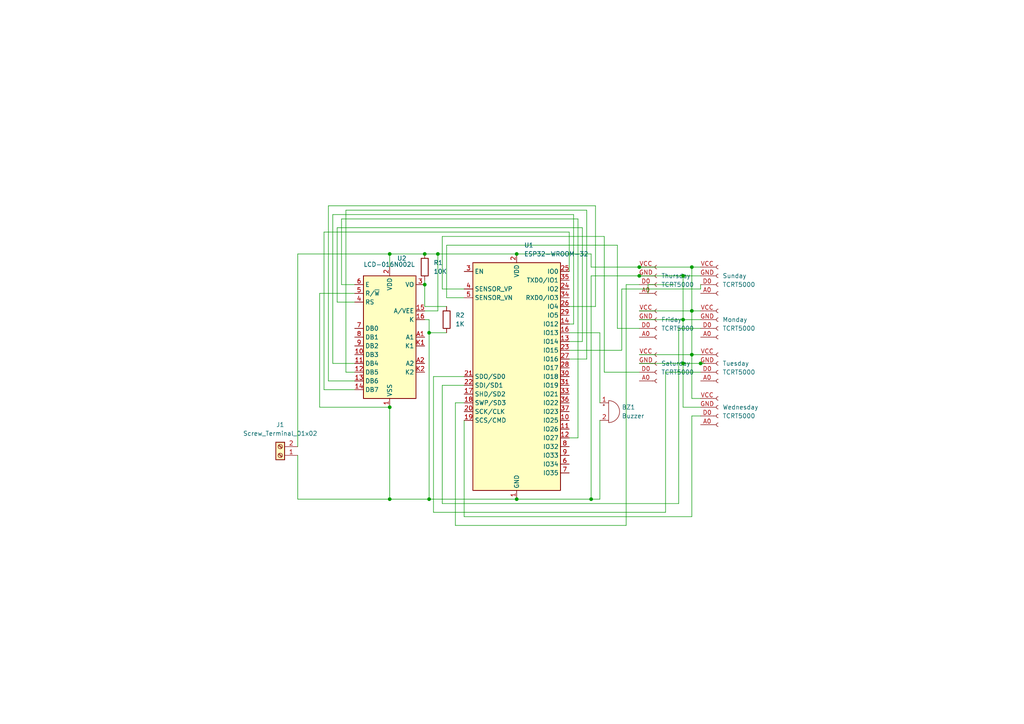
<source format=kicad_sch>
(kicad_sch
	(version 20250114)
	(generator "eeschema")
	(generator_version "9.0")
	(uuid "5b4654d5-8a43-4390-b3c8-a2f0dd40910c")
	(paper "A4")
	(lib_symbols
		(symbol "Conn_01x04_Socket_1"
			(pin_names
				(offset 1.016)
				(hide yes)
			)
			(exclude_from_sim no)
			(in_bom yes)
			(on_board yes)
			(property "Reference" "J1"
				(at 1.27 0.0001 0)
				(effects
					(font
						(size 1.27 1.27)
					)
					(justify left)
				)
			)
			(property "Value" "TCRT5000"
				(at 1.27 -2.5399 0)
				(effects
					(font
						(size 1.27 1.27)
					)
					(justify left)
				)
			)
			(property "Footprint" ""
				(at 0 0 0)
				(effects
					(font
						(size 1.27 1.27)
					)
					(hide yes)
				)
			)
			(property "Datasheet" "~"
				(at 0 0 0)
				(effects
					(font
						(size 1.27 1.27)
					)
					(hide yes)
				)
			)
			(property "Description" "Generic connector, single row, 01x04, script generated"
				(at 0 0 0)
				(effects
					(font
						(size 1.27 1.27)
					)
					(hide yes)
				)
			)
			(property "ki_locked" ""
				(at 0 0 0)
				(effects
					(font
						(size 1.27 1.27)
					)
				)
			)
			(property "ki_keywords" "connector"
				(at 0 0 0)
				(effects
					(font
						(size 1.27 1.27)
					)
					(hide yes)
				)
			)
			(property "ki_fp_filters" "Connector*:*_1x??_*"
				(at 0 0 0)
				(effects
					(font
						(size 1.27 1.27)
					)
					(hide yes)
				)
			)
			(symbol "Conn_01x04_Socket_1_1_1"
				(polyline
					(pts
						(xy -1.27 2.54) (xy -0.508 2.54)
					)
					(stroke
						(width 0.1524)
						(type default)
					)
					(fill
						(type none)
					)
				)
				(polyline
					(pts
						(xy -1.27 0) (xy -0.508 0)
					)
					(stroke
						(width 0.1524)
						(type default)
					)
					(fill
						(type none)
					)
				)
				(polyline
					(pts
						(xy -1.27 -2.54) (xy -0.508 -2.54)
					)
					(stroke
						(width 0.1524)
						(type default)
					)
					(fill
						(type none)
					)
				)
				(polyline
					(pts
						(xy -1.27 -5.08) (xy -0.508 -5.08)
					)
					(stroke
						(width 0.1524)
						(type default)
					)
					(fill
						(type none)
					)
				)
				(arc
					(start 0 2.032)
					(mid -0.5058 2.54)
					(end 0 3.048)
					(stroke
						(width 0.1524)
						(type default)
					)
					(fill
						(type none)
					)
				)
				(arc
					(start 0 -0.508)
					(mid -0.5058 0)
					(end 0 0.508)
					(stroke
						(width 0.1524)
						(type default)
					)
					(fill
						(type none)
					)
				)
				(arc
					(start 0 -3.048)
					(mid -0.5058 -2.54)
					(end 0 -2.032)
					(stroke
						(width 0.1524)
						(type default)
					)
					(fill
						(type none)
					)
				)
				(arc
					(start 0 -5.588)
					(mid -0.5058 -5.08)
					(end 0 -4.572)
					(stroke
						(width 0.1524)
						(type default)
					)
					(fill
						(type none)
					)
				)
				(pin passive line
					(at -5.08 2.54 0)
					(length 3.81)
					(name "Pin_1"
						(effects
							(font
								(size 1.27 1.27)
							)
						)
					)
					(number "VCC"
						(effects
							(font
								(size 1.27 1.27)
							)
						)
					)
				)
				(pin passive line
					(at -5.08 0 0)
					(length 3.81)
					(name "Pin_2"
						(effects
							(font
								(size 1.27 1.27)
							)
						)
					)
					(number "GND"
						(effects
							(font
								(size 1.27 1.27)
							)
						)
					)
				)
				(pin passive line
					(at -5.08 -2.54 0)
					(length 3.81)
					(name "Pin_3"
						(effects
							(font
								(size 1.27 1.27)
							)
						)
					)
					(number "D0"
						(effects
							(font
								(size 1.27 1.27)
							)
						)
					)
				)
				(pin passive line
					(at -5.08 -5.08 0)
					(length 3.81)
					(name "Pin_4"
						(effects
							(font
								(size 1.27 1.27)
							)
						)
					)
					(number "A0"
						(effects
							(font
								(size 1.27 1.27)
							)
						)
					)
				)
			)
			(embedded_fonts no)
		)
		(symbol "Connector:Screw_Terminal_01x02"
			(pin_names
				(offset 1.016)
				(hide yes)
			)
			(exclude_from_sim no)
			(in_bom yes)
			(on_board yes)
			(property "Reference" "J"
				(at 0 2.54 0)
				(effects
					(font
						(size 1.27 1.27)
					)
				)
			)
			(property "Value" "Screw_Terminal_01x02"
				(at 0 -5.08 0)
				(effects
					(font
						(size 1.27 1.27)
					)
				)
			)
			(property "Footprint" ""
				(at 0 0 0)
				(effects
					(font
						(size 1.27 1.27)
					)
					(hide yes)
				)
			)
			(property "Datasheet" "~"
				(at 0 0 0)
				(effects
					(font
						(size 1.27 1.27)
					)
					(hide yes)
				)
			)
			(property "Description" "Generic screw terminal, single row, 01x02, script generated (kicad-library-utils/schlib/autogen/connector/)"
				(at 0 0 0)
				(effects
					(font
						(size 1.27 1.27)
					)
					(hide yes)
				)
			)
			(property "ki_keywords" "screw terminal"
				(at 0 0 0)
				(effects
					(font
						(size 1.27 1.27)
					)
					(hide yes)
				)
			)
			(property "ki_fp_filters" "TerminalBlock*:*"
				(at 0 0 0)
				(effects
					(font
						(size 1.27 1.27)
					)
					(hide yes)
				)
			)
			(symbol "Screw_Terminal_01x02_1_1"
				(rectangle
					(start -1.27 1.27)
					(end 1.27 -3.81)
					(stroke
						(width 0.254)
						(type default)
					)
					(fill
						(type background)
					)
				)
				(polyline
					(pts
						(xy -0.5334 0.3302) (xy 0.3302 -0.508)
					)
					(stroke
						(width 0.1524)
						(type default)
					)
					(fill
						(type none)
					)
				)
				(polyline
					(pts
						(xy -0.5334 -2.2098) (xy 0.3302 -3.048)
					)
					(stroke
						(width 0.1524)
						(type default)
					)
					(fill
						(type none)
					)
				)
				(polyline
					(pts
						(xy -0.3556 0.508) (xy 0.508 -0.3302)
					)
					(stroke
						(width 0.1524)
						(type default)
					)
					(fill
						(type none)
					)
				)
				(polyline
					(pts
						(xy -0.3556 -2.032) (xy 0.508 -2.8702)
					)
					(stroke
						(width 0.1524)
						(type default)
					)
					(fill
						(type none)
					)
				)
				(circle
					(center 0 0)
					(radius 0.635)
					(stroke
						(width 0.1524)
						(type default)
					)
					(fill
						(type none)
					)
				)
				(circle
					(center 0 -2.54)
					(radius 0.635)
					(stroke
						(width 0.1524)
						(type default)
					)
					(fill
						(type none)
					)
				)
				(pin passive line
					(at -5.08 0 0)
					(length 3.81)
					(name "Pin_1"
						(effects
							(font
								(size 1.27 1.27)
							)
						)
					)
					(number "1"
						(effects
							(font
								(size 1.27 1.27)
							)
						)
					)
				)
				(pin passive line
					(at -5.08 -2.54 0)
					(length 3.81)
					(name "Pin_2"
						(effects
							(font
								(size 1.27 1.27)
							)
						)
					)
					(number "2"
						(effects
							(font
								(size 1.27 1.27)
							)
						)
					)
				)
			)
			(embedded_fonts no)
		)
		(symbol "Device:Buzzer"
			(pin_names
				(offset 0.0254)
				(hide yes)
			)
			(exclude_from_sim no)
			(in_bom yes)
			(on_board yes)
			(property "Reference" "BZ"
				(at 3.81 1.27 0)
				(effects
					(font
						(size 1.27 1.27)
					)
					(justify left)
				)
			)
			(property "Value" "Buzzer"
				(at 3.81 -1.27 0)
				(effects
					(font
						(size 1.27 1.27)
					)
					(justify left)
				)
			)
			(property "Footprint" ""
				(at -0.635 2.54 90)
				(effects
					(font
						(size 1.27 1.27)
					)
					(hide yes)
				)
			)
			(property "Datasheet" "~"
				(at -0.635 2.54 90)
				(effects
					(font
						(size 1.27 1.27)
					)
					(hide yes)
				)
			)
			(property "Description" "Buzzer, polarized"
				(at 0 0 0)
				(effects
					(font
						(size 1.27 1.27)
					)
					(hide yes)
				)
			)
			(property "ki_keywords" "quartz resonator ceramic"
				(at 0 0 0)
				(effects
					(font
						(size 1.27 1.27)
					)
					(hide yes)
				)
			)
			(property "ki_fp_filters" "*Buzzer*"
				(at 0 0 0)
				(effects
					(font
						(size 1.27 1.27)
					)
					(hide yes)
				)
			)
			(symbol "Buzzer_0_1"
				(polyline
					(pts
						(xy -1.651 1.905) (xy -1.143 1.905)
					)
					(stroke
						(width 0)
						(type default)
					)
					(fill
						(type none)
					)
				)
				(polyline
					(pts
						(xy -1.397 2.159) (xy -1.397 1.651)
					)
					(stroke
						(width 0)
						(type default)
					)
					(fill
						(type none)
					)
				)
				(arc
					(start 0 3.175)
					(mid 3.1612 0)
					(end 0 -3.175)
					(stroke
						(width 0)
						(type default)
					)
					(fill
						(type none)
					)
				)
				(polyline
					(pts
						(xy 0 3.175) (xy 0 -3.175)
					)
					(stroke
						(width 0)
						(type default)
					)
					(fill
						(type none)
					)
				)
			)
			(symbol "Buzzer_1_1"
				(pin passive line
					(at -2.54 2.54 0)
					(length 2.54)
					(name "+"
						(effects
							(font
								(size 1.27 1.27)
							)
						)
					)
					(number "1"
						(effects
							(font
								(size 1.27 1.27)
							)
						)
					)
				)
				(pin passive line
					(at -2.54 -2.54 0)
					(length 2.54)
					(name "-"
						(effects
							(font
								(size 1.27 1.27)
							)
						)
					)
					(number "2"
						(effects
							(font
								(size 1.27 1.27)
							)
						)
					)
				)
			)
			(embedded_fonts no)
		)
		(symbol "Device:R"
			(pin_numbers
				(hide yes)
			)
			(pin_names
				(offset 0)
			)
			(exclude_from_sim no)
			(in_bom yes)
			(on_board yes)
			(property "Reference" "R"
				(at 2.032 0 90)
				(effects
					(font
						(size 1.27 1.27)
					)
				)
			)
			(property "Value" "R"
				(at 0 0 90)
				(effects
					(font
						(size 1.27 1.27)
					)
				)
			)
			(property "Footprint" ""
				(at -1.778 0 90)
				(effects
					(font
						(size 1.27 1.27)
					)
					(hide yes)
				)
			)
			(property "Datasheet" "~"
				(at 0 0 0)
				(effects
					(font
						(size 1.27 1.27)
					)
					(hide yes)
				)
			)
			(property "Description" "Resistor"
				(at 0 0 0)
				(effects
					(font
						(size 1.27 1.27)
					)
					(hide yes)
				)
			)
			(property "ki_keywords" "R res resistor"
				(at 0 0 0)
				(effects
					(font
						(size 1.27 1.27)
					)
					(hide yes)
				)
			)
			(property "ki_fp_filters" "R_*"
				(at 0 0 0)
				(effects
					(font
						(size 1.27 1.27)
					)
					(hide yes)
				)
			)
			(symbol "R_0_1"
				(rectangle
					(start -1.016 -2.54)
					(end 1.016 2.54)
					(stroke
						(width 0.254)
						(type default)
					)
					(fill
						(type none)
					)
				)
			)
			(symbol "R_1_1"
				(pin passive line
					(at 0 3.81 270)
					(length 1.27)
					(name "~"
						(effects
							(font
								(size 1.27 1.27)
							)
						)
					)
					(number "1"
						(effects
							(font
								(size 1.27 1.27)
							)
						)
					)
				)
				(pin passive line
					(at 0 -3.81 90)
					(length 1.27)
					(name "~"
						(effects
							(font
								(size 1.27 1.27)
							)
						)
					)
					(number "2"
						(effects
							(font
								(size 1.27 1.27)
							)
						)
					)
				)
			)
			(embedded_fonts no)
		)
		(symbol "Display_Character:LCD-016N002L"
			(exclude_from_sim no)
			(in_bom yes)
			(on_board yes)
			(property "Reference" "U"
				(at -6.35 18.796 0)
				(effects
					(font
						(size 1.27 1.27)
					)
				)
			)
			(property "Value" "LCD-016N002L"
				(at 8.636 18.796 0)
				(effects
					(font
						(size 1.27 1.27)
					)
				)
			)
			(property "Footprint" "Display:LCD-016N002L"
				(at 0.508 -23.368 0)
				(effects
					(font
						(size 1.27 1.27)
					)
					(hide yes)
				)
			)
			(property "Datasheet" "http://www.vishay.com/docs/37299/37299.pdf"
				(at 12.7 -7.62 0)
				(effects
					(font
						(size 1.27 1.27)
					)
					(hide yes)
				)
			)
			(property "Description" "LCD 12x2, 8 bit parallel bus, 3V or 5V VDD"
				(at 0 0 0)
				(effects
					(font
						(size 1.27 1.27)
					)
					(hide yes)
				)
			)
			(property "ki_keywords" "display LCD dot-matrix"
				(at 0 0 0)
				(effects
					(font
						(size 1.27 1.27)
					)
					(hide yes)
				)
			)
			(property "ki_fp_filters" "*LCD*016N002L*"
				(at 0 0 0)
				(effects
					(font
						(size 1.27 1.27)
					)
					(hide yes)
				)
			)
			(symbol "LCD-016N002L_1_1"
				(rectangle
					(start -7.62 17.78)
					(end 7.62 -17.78)
					(stroke
						(width 0.254)
						(type default)
					)
					(fill
						(type background)
					)
				)
				(pin input line
					(at -10.16 15.24 0)
					(length 2.54)
					(name "E"
						(effects
							(font
								(size 1.27 1.27)
							)
						)
					)
					(number "6"
						(effects
							(font
								(size 1.27 1.27)
							)
						)
					)
				)
				(pin input line
					(at -10.16 12.7 0)
					(length 2.54)
					(name "R/~{W}"
						(effects
							(font
								(size 1.27 1.27)
							)
						)
					)
					(number "5"
						(effects
							(font
								(size 1.27 1.27)
							)
						)
					)
				)
				(pin input line
					(at -10.16 10.16 0)
					(length 2.54)
					(name "RS"
						(effects
							(font
								(size 1.27 1.27)
							)
						)
					)
					(number "4"
						(effects
							(font
								(size 1.27 1.27)
							)
						)
					)
				)
				(pin bidirectional line
					(at -10.16 2.54 0)
					(length 2.54)
					(name "DB0"
						(effects
							(font
								(size 1.27 1.27)
							)
						)
					)
					(number "7"
						(effects
							(font
								(size 1.27 1.27)
							)
						)
					)
				)
				(pin bidirectional line
					(at -10.16 0 0)
					(length 2.54)
					(name "DB1"
						(effects
							(font
								(size 1.27 1.27)
							)
						)
					)
					(number "8"
						(effects
							(font
								(size 1.27 1.27)
							)
						)
					)
				)
				(pin bidirectional line
					(at -10.16 -2.54 0)
					(length 2.54)
					(name "DB2"
						(effects
							(font
								(size 1.27 1.27)
							)
						)
					)
					(number "9"
						(effects
							(font
								(size 1.27 1.27)
							)
						)
					)
				)
				(pin bidirectional line
					(at -10.16 -5.08 0)
					(length 2.54)
					(name "DB3"
						(effects
							(font
								(size 1.27 1.27)
							)
						)
					)
					(number "10"
						(effects
							(font
								(size 1.27 1.27)
							)
						)
					)
				)
				(pin bidirectional line
					(at -10.16 -7.62 0)
					(length 2.54)
					(name "DB4"
						(effects
							(font
								(size 1.27 1.27)
							)
						)
					)
					(number "11"
						(effects
							(font
								(size 1.27 1.27)
							)
						)
					)
				)
				(pin bidirectional line
					(at -10.16 -10.16 0)
					(length 2.54)
					(name "DB5"
						(effects
							(font
								(size 1.27 1.27)
							)
						)
					)
					(number "12"
						(effects
							(font
								(size 1.27 1.27)
							)
						)
					)
				)
				(pin bidirectional line
					(at -10.16 -12.7 0)
					(length 2.54)
					(name "DB6"
						(effects
							(font
								(size 1.27 1.27)
							)
						)
					)
					(number "13"
						(effects
							(font
								(size 1.27 1.27)
							)
						)
					)
				)
				(pin bidirectional line
					(at -10.16 -15.24 0)
					(length 2.54)
					(name "DB7"
						(effects
							(font
								(size 1.27 1.27)
							)
						)
					)
					(number "14"
						(effects
							(font
								(size 1.27 1.27)
							)
						)
					)
				)
				(pin power_in line
					(at 0 20.32 270)
					(length 2.54)
					(name "VDD"
						(effects
							(font
								(size 1.27 1.27)
							)
						)
					)
					(number "2"
						(effects
							(font
								(size 1.27 1.27)
							)
						)
					)
				)
				(pin power_in line
					(at 0 -20.32 90)
					(length 2.54)
					(name "VSS"
						(effects
							(font
								(size 1.27 1.27)
							)
						)
					)
					(number "1"
						(effects
							(font
								(size 1.27 1.27)
							)
						)
					)
				)
				(pin input line
					(at 10.16 15.24 180)
					(length 2.54)
					(name "VO"
						(effects
							(font
								(size 1.27 1.27)
							)
						)
					)
					(number "3"
						(effects
							(font
								(size 1.27 1.27)
							)
						)
					)
				)
				(pin power_in line
					(at 10.16 7.62 180)
					(length 2.54)
					(name "A/VEE"
						(effects
							(font
								(size 1.27 1.27)
							)
						)
					)
					(number "15"
						(effects
							(font
								(size 1.27 1.27)
							)
						)
					)
				)
				(pin power_in line
					(at 10.16 5.08 180)
					(length 2.54)
					(name "K"
						(effects
							(font
								(size 1.27 1.27)
							)
						)
					)
					(number "16"
						(effects
							(font
								(size 1.27 1.27)
							)
						)
					)
				)
				(pin power_in line
					(at 10.16 0 180)
					(length 2.54)
					(name "A1"
						(effects
							(font
								(size 1.27 1.27)
							)
						)
					)
					(number "A1"
						(effects
							(font
								(size 1.27 1.27)
							)
						)
					)
				)
				(pin power_in line
					(at 10.16 -2.54 180)
					(length 2.54)
					(name "K1"
						(effects
							(font
								(size 1.27 1.27)
							)
						)
					)
					(number "K1"
						(effects
							(font
								(size 1.27 1.27)
							)
						)
					)
				)
				(pin power_in line
					(at 10.16 -7.62 180)
					(length 2.54)
					(name "A2"
						(effects
							(font
								(size 1.27 1.27)
							)
						)
					)
					(number "A2"
						(effects
							(font
								(size 1.27 1.27)
							)
						)
					)
				)
				(pin power_in line
					(at 10.16 -10.16 180)
					(length 2.54)
					(name "K2"
						(effects
							(font
								(size 1.27 1.27)
							)
						)
					)
					(number "K2"
						(effects
							(font
								(size 1.27 1.27)
							)
						)
					)
				)
			)
			(embedded_fonts no)
		)
		(symbol "RF_Module:ESP32-WROOM-32"
			(exclude_from_sim no)
			(in_bom yes)
			(on_board yes)
			(property "Reference" "U"
				(at -12.7 34.29 0)
				(effects
					(font
						(size 1.27 1.27)
					)
					(justify left)
				)
			)
			(property "Value" "ESP32-WROOM-32"
				(at 1.27 34.29 0)
				(effects
					(font
						(size 1.27 1.27)
					)
					(justify left)
				)
			)
			(property "Footprint" "RF_Module:ESP32-WROOM-32"
				(at 0 -38.1 0)
				(effects
					(font
						(size 1.27 1.27)
					)
					(hide yes)
				)
			)
			(property "Datasheet" "https://www.espressif.com/sites/default/files/documentation/esp32-wroom-32_datasheet_en.pdf"
				(at -7.62 1.27 0)
				(effects
					(font
						(size 1.27 1.27)
					)
					(hide yes)
				)
			)
			(property "Description" "RF Module, ESP32-D0WDQ6 SoC, Wi-Fi 802.11b/g/n, Bluetooth, BLE, 32-bit, 2.7-3.6V, onboard antenna, SMD"
				(at 0 0 0)
				(effects
					(font
						(size 1.27 1.27)
					)
					(hide yes)
				)
			)
			(property "ki_keywords" "RF Radio BT ESP ESP32 Espressif onboard PCB antenna"
				(at 0 0 0)
				(effects
					(font
						(size 1.27 1.27)
					)
					(hide yes)
				)
			)
			(property "ki_fp_filters" "ESP32?WROOM?32*"
				(at 0 0 0)
				(effects
					(font
						(size 1.27 1.27)
					)
					(hide yes)
				)
			)
			(symbol "ESP32-WROOM-32_0_1"
				(rectangle
					(start -12.7 33.02)
					(end 12.7 -33.02)
					(stroke
						(width 0.254)
						(type default)
					)
					(fill
						(type background)
					)
				)
			)
			(symbol "ESP32-WROOM-32_1_1"
				(pin input line
					(at -15.24 30.48 0)
					(length 2.54)
					(name "EN"
						(effects
							(font
								(size 1.27 1.27)
							)
						)
					)
					(number "3"
						(effects
							(font
								(size 1.27 1.27)
							)
						)
					)
				)
				(pin input line
					(at -15.24 25.4 0)
					(length 2.54)
					(name "SENSOR_VP"
						(effects
							(font
								(size 1.27 1.27)
							)
						)
					)
					(number "4"
						(effects
							(font
								(size 1.27 1.27)
							)
						)
					)
				)
				(pin input line
					(at -15.24 22.86 0)
					(length 2.54)
					(name "SENSOR_VN"
						(effects
							(font
								(size 1.27 1.27)
							)
						)
					)
					(number "5"
						(effects
							(font
								(size 1.27 1.27)
							)
						)
					)
				)
				(pin bidirectional line
					(at -15.24 0 0)
					(length 2.54)
					(name "SDO/SD0"
						(effects
							(font
								(size 1.27 1.27)
							)
						)
					)
					(number "21"
						(effects
							(font
								(size 1.27 1.27)
							)
						)
					)
				)
				(pin bidirectional line
					(at -15.24 -2.54 0)
					(length 2.54)
					(name "SDI/SD1"
						(effects
							(font
								(size 1.27 1.27)
							)
						)
					)
					(number "22"
						(effects
							(font
								(size 1.27 1.27)
							)
						)
					)
				)
				(pin bidirectional line
					(at -15.24 -5.08 0)
					(length 2.54)
					(name "SHD/SD2"
						(effects
							(font
								(size 1.27 1.27)
							)
						)
					)
					(number "17"
						(effects
							(font
								(size 1.27 1.27)
							)
						)
					)
				)
				(pin bidirectional line
					(at -15.24 -7.62 0)
					(length 2.54)
					(name "SWP/SD3"
						(effects
							(font
								(size 1.27 1.27)
							)
						)
					)
					(number "18"
						(effects
							(font
								(size 1.27 1.27)
							)
						)
					)
				)
				(pin bidirectional line
					(at -15.24 -10.16 0)
					(length 2.54)
					(name "SCK/CLK"
						(effects
							(font
								(size 1.27 1.27)
							)
						)
					)
					(number "20"
						(effects
							(font
								(size 1.27 1.27)
							)
						)
					)
				)
				(pin bidirectional line
					(at -15.24 -12.7 0)
					(length 2.54)
					(name "SCS/CMD"
						(effects
							(font
								(size 1.27 1.27)
							)
						)
					)
					(number "19"
						(effects
							(font
								(size 1.27 1.27)
							)
						)
					)
				)
				(pin no_connect line
					(at -12.7 -27.94 0)
					(length 2.54)
					(hide yes)
					(name "NC"
						(effects
							(font
								(size 1.27 1.27)
							)
						)
					)
					(number "32"
						(effects
							(font
								(size 1.27 1.27)
							)
						)
					)
				)
				(pin power_in line
					(at 0 35.56 270)
					(length 2.54)
					(name "VDD"
						(effects
							(font
								(size 1.27 1.27)
							)
						)
					)
					(number "2"
						(effects
							(font
								(size 1.27 1.27)
							)
						)
					)
				)
				(pin power_in line
					(at 0 -35.56 90)
					(length 2.54)
					(name "GND"
						(effects
							(font
								(size 1.27 1.27)
							)
						)
					)
					(number "1"
						(effects
							(font
								(size 1.27 1.27)
							)
						)
					)
				)
				(pin passive line
					(at 0 -35.56 90)
					(length 2.54)
					(hide yes)
					(name "GND"
						(effects
							(font
								(size 1.27 1.27)
							)
						)
					)
					(number "15"
						(effects
							(font
								(size 1.27 1.27)
							)
						)
					)
				)
				(pin passive line
					(at 0 -35.56 90)
					(length 2.54)
					(hide yes)
					(name "GND"
						(effects
							(font
								(size 1.27 1.27)
							)
						)
					)
					(number "38"
						(effects
							(font
								(size 1.27 1.27)
							)
						)
					)
				)
				(pin passive line
					(at 0 -35.56 90)
					(length 2.54)
					(hide yes)
					(name "GND"
						(effects
							(font
								(size 1.27 1.27)
							)
						)
					)
					(number "39"
						(effects
							(font
								(size 1.27 1.27)
							)
						)
					)
				)
				(pin bidirectional line
					(at 15.24 30.48 180)
					(length 2.54)
					(name "IO0"
						(effects
							(font
								(size 1.27 1.27)
							)
						)
					)
					(number "25"
						(effects
							(font
								(size 1.27 1.27)
							)
						)
					)
				)
				(pin bidirectional line
					(at 15.24 27.94 180)
					(length 2.54)
					(name "TXD0/IO1"
						(effects
							(font
								(size 1.27 1.27)
							)
						)
					)
					(number "35"
						(effects
							(font
								(size 1.27 1.27)
							)
						)
					)
				)
				(pin bidirectional line
					(at 15.24 25.4 180)
					(length 2.54)
					(name "IO2"
						(effects
							(font
								(size 1.27 1.27)
							)
						)
					)
					(number "24"
						(effects
							(font
								(size 1.27 1.27)
							)
						)
					)
				)
				(pin bidirectional line
					(at 15.24 22.86 180)
					(length 2.54)
					(name "RXD0/IO3"
						(effects
							(font
								(size 1.27 1.27)
							)
						)
					)
					(number "34"
						(effects
							(font
								(size 1.27 1.27)
							)
						)
					)
				)
				(pin bidirectional line
					(at 15.24 20.32 180)
					(length 2.54)
					(name "IO4"
						(effects
							(font
								(size 1.27 1.27)
							)
						)
					)
					(number "26"
						(effects
							(font
								(size 1.27 1.27)
							)
						)
					)
				)
				(pin bidirectional line
					(at 15.24 17.78 180)
					(length 2.54)
					(name "IO5"
						(effects
							(font
								(size 1.27 1.27)
							)
						)
					)
					(number "29"
						(effects
							(font
								(size 1.27 1.27)
							)
						)
					)
				)
				(pin bidirectional line
					(at 15.24 15.24 180)
					(length 2.54)
					(name "IO12"
						(effects
							(font
								(size 1.27 1.27)
							)
						)
					)
					(number "14"
						(effects
							(font
								(size 1.27 1.27)
							)
						)
					)
				)
				(pin bidirectional line
					(at 15.24 12.7 180)
					(length 2.54)
					(name "IO13"
						(effects
							(font
								(size 1.27 1.27)
							)
						)
					)
					(number "16"
						(effects
							(font
								(size 1.27 1.27)
							)
						)
					)
				)
				(pin bidirectional line
					(at 15.24 10.16 180)
					(length 2.54)
					(name "IO14"
						(effects
							(font
								(size 1.27 1.27)
							)
						)
					)
					(number "13"
						(effects
							(font
								(size 1.27 1.27)
							)
						)
					)
				)
				(pin bidirectional line
					(at 15.24 7.62 180)
					(length 2.54)
					(name "IO15"
						(effects
							(font
								(size 1.27 1.27)
							)
						)
					)
					(number "23"
						(effects
							(font
								(size 1.27 1.27)
							)
						)
					)
				)
				(pin bidirectional line
					(at 15.24 5.08 180)
					(length 2.54)
					(name "IO16"
						(effects
							(font
								(size 1.27 1.27)
							)
						)
					)
					(number "27"
						(effects
							(font
								(size 1.27 1.27)
							)
						)
					)
				)
				(pin bidirectional line
					(at 15.24 2.54 180)
					(length 2.54)
					(name "IO17"
						(effects
							(font
								(size 1.27 1.27)
							)
						)
					)
					(number "28"
						(effects
							(font
								(size 1.27 1.27)
							)
						)
					)
				)
				(pin bidirectional line
					(at 15.24 0 180)
					(length 2.54)
					(name "IO18"
						(effects
							(font
								(size 1.27 1.27)
							)
						)
					)
					(number "30"
						(effects
							(font
								(size 1.27 1.27)
							)
						)
					)
				)
				(pin bidirectional line
					(at 15.24 -2.54 180)
					(length 2.54)
					(name "IO19"
						(effects
							(font
								(size 1.27 1.27)
							)
						)
					)
					(number "31"
						(effects
							(font
								(size 1.27 1.27)
							)
						)
					)
				)
				(pin bidirectional line
					(at 15.24 -5.08 180)
					(length 2.54)
					(name "IO21"
						(effects
							(font
								(size 1.27 1.27)
							)
						)
					)
					(number "33"
						(effects
							(font
								(size 1.27 1.27)
							)
						)
					)
				)
				(pin bidirectional line
					(at 15.24 -7.62 180)
					(length 2.54)
					(name "IO22"
						(effects
							(font
								(size 1.27 1.27)
							)
						)
					)
					(number "36"
						(effects
							(font
								(size 1.27 1.27)
							)
						)
					)
				)
				(pin bidirectional line
					(at 15.24 -10.16 180)
					(length 2.54)
					(name "IO23"
						(effects
							(font
								(size 1.27 1.27)
							)
						)
					)
					(number "37"
						(effects
							(font
								(size 1.27 1.27)
							)
						)
					)
				)
				(pin bidirectional line
					(at 15.24 -12.7 180)
					(length 2.54)
					(name "IO25"
						(effects
							(font
								(size 1.27 1.27)
							)
						)
					)
					(number "10"
						(effects
							(font
								(size 1.27 1.27)
							)
						)
					)
				)
				(pin bidirectional line
					(at 15.24 -15.24 180)
					(length 2.54)
					(name "IO26"
						(effects
							(font
								(size 1.27 1.27)
							)
						)
					)
					(number "11"
						(effects
							(font
								(size 1.27 1.27)
							)
						)
					)
				)
				(pin bidirectional line
					(at 15.24 -17.78 180)
					(length 2.54)
					(name "IO27"
						(effects
							(font
								(size 1.27 1.27)
							)
						)
					)
					(number "12"
						(effects
							(font
								(size 1.27 1.27)
							)
						)
					)
				)
				(pin bidirectional line
					(at 15.24 -20.32 180)
					(length 2.54)
					(name "IO32"
						(effects
							(font
								(size 1.27 1.27)
							)
						)
					)
					(number "8"
						(effects
							(font
								(size 1.27 1.27)
							)
						)
					)
				)
				(pin bidirectional line
					(at 15.24 -22.86 180)
					(length 2.54)
					(name "IO33"
						(effects
							(font
								(size 1.27 1.27)
							)
						)
					)
					(number "9"
						(effects
							(font
								(size 1.27 1.27)
							)
						)
					)
				)
				(pin input line
					(at 15.24 -25.4 180)
					(length 2.54)
					(name "IO34"
						(effects
							(font
								(size 1.27 1.27)
							)
						)
					)
					(number "6"
						(effects
							(font
								(size 1.27 1.27)
							)
						)
					)
				)
				(pin input line
					(at 15.24 -27.94 180)
					(length 2.54)
					(name "IO35"
						(effects
							(font
								(size 1.27 1.27)
							)
						)
					)
					(number "7"
						(effects
							(font
								(size 1.27 1.27)
							)
						)
					)
				)
			)
			(embedded_fonts no)
		)
	)
	(junction
		(at 185.42 77.47)
		(diameter 0)
		(color 0 0 0 0)
		(uuid "0fc61fb3-c990-491a-a21c-9e69fc451673")
	)
	(junction
		(at 200.66 102.87)
		(diameter 0)
		(color 0 0 0 0)
		(uuid "1ac2d236-98fd-452c-8d78-167dc265177b")
	)
	(junction
		(at 185.42 80.01)
		(diameter 0)
		(color 0 0 0 0)
		(uuid "4079f36b-65fb-4fe5-9c0c-c89ff04292ec")
	)
	(junction
		(at 149.86 73.66)
		(diameter 0)
		(color 0 0 0 0)
		(uuid "48ce0f5f-0c99-4503-8eac-bfeccf60a841")
	)
	(junction
		(at 203.2 105.41)
		(diameter 0)
		(color 0 0 0 0)
		(uuid "5c4e967b-38d1-439f-8ae7-e6d576400f02")
	)
	(junction
		(at 149.86 144.78)
		(diameter 0)
		(color 0 0 0 0)
		(uuid "768e8ef3-9611-486e-9d01-69b936ebc33a")
	)
	(junction
		(at 171.45 144.78)
		(diameter 0)
		(color 0 0 0 0)
		(uuid "8dcaca87-66b7-4b2a-ab1a-7150b9f2006f")
	)
	(junction
		(at 198.12 105.41)
		(diameter 0)
		(color 0 0 0 0)
		(uuid "8e899e9c-5384-41f9-8a04-d6123e41b2d7")
	)
	(junction
		(at 200.66 90.17)
		(diameter 0)
		(color 0 0 0 0)
		(uuid "95c0ca64-1c11-4251-a9cf-2aaeb4e997c5")
	)
	(junction
		(at 124.46 96.52)
		(diameter 0)
		(color 0 0 0 0)
		(uuid "9f08b076-052e-42c2-a9e6-48fb94a9c5cb")
	)
	(junction
		(at 123.19 82.55)
		(diameter 0)
		(color 0 0 0 0)
		(uuid "a29299ba-b6f8-4097-9dde-cc8ed5d40122")
	)
	(junction
		(at 127 73.66)
		(diameter 0)
		(color 0 0 0 0)
		(uuid "a5b211cc-3a4f-438f-ad2d-a57790f760e9")
	)
	(junction
		(at 113.03 144.78)
		(diameter 0)
		(color 0 0 0 0)
		(uuid "b21da9bb-d6e3-41d7-8902-18e941ceb0ad")
	)
	(junction
		(at 113.03 118.11)
		(diameter 0)
		(color 0 0 0 0)
		(uuid "daf33e81-e51a-416d-8728-39fc63679c45")
	)
	(junction
		(at 124.46 144.78)
		(diameter 0)
		(color 0 0 0 0)
		(uuid "db510c61-ee26-4bec-8145-12a1d43645a1")
	)
	(junction
		(at 198.12 92.71)
		(diameter 0)
		(color 0 0 0 0)
		(uuid "db9b4fd8-7be6-4f46-94ae-23b993c8fa24")
	)
	(junction
		(at 200.66 77.47)
		(diameter 0)
		(color 0 0 0 0)
		(uuid "e9cd0a85-b627-4cf1-a678-4905aa7d31f1")
	)
	(junction
		(at 113.03 73.66)
		(diameter 0)
		(color 0 0 0 0)
		(uuid "f227e60e-9a47-4f28-b2c8-97706a28d6a5")
	)
	(junction
		(at 198.12 80.01)
		(diameter 0)
		(color 0 0 0 0)
		(uuid "f43d5e88-d35a-4936-acc4-b4081dcac8d8")
	)
	(junction
		(at 123.19 73.66)
		(diameter 0)
		(color 0 0 0 0)
		(uuid "fd4913d8-eaa5-4932-a08e-336512b1db84")
	)
	(wire
		(pts
			(xy 172.72 59.69) (xy 95.25 59.69)
		)
		(stroke
			(width 0)
			(type default)
		)
		(uuid "013a5985-50b6-4ae5-a952-b763f10ad4ff")
	)
	(wire
		(pts
			(xy 97.79 87.63) (xy 102.87 87.63)
		)
		(stroke
			(width 0)
			(type default)
		)
		(uuid "0304f372-3e7b-4257-a3ea-fd00561f50f6")
	)
	(wire
		(pts
			(xy 124.46 92.71) (xy 124.46 96.52)
		)
		(stroke
			(width 0)
			(type default)
		)
		(uuid "037bd497-b210-400a-b866-8d97457d26d2")
	)
	(wire
		(pts
			(xy 113.03 118.11) (xy 113.03 144.78)
		)
		(stroke
			(width 0)
			(type default)
		)
		(uuid "03ebdc82-6c03-46a6-b886-14f1a320e378")
	)
	(wire
		(pts
			(xy 198.12 92.71) (xy 198.12 105.41)
		)
		(stroke
			(width 0)
			(type default)
		)
		(uuid "0529064c-9a28-4cd0-a2a5-a1ee408571f9")
	)
	(wire
		(pts
			(xy 171.45 80.01) (xy 171.45 144.78)
		)
		(stroke
			(width 0)
			(type default)
		)
		(uuid "071576d5-d669-4e97-a524-488e7f9c79de")
	)
	(wire
		(pts
			(xy 134.62 111.76) (xy 128.27 111.76)
		)
		(stroke
			(width 0)
			(type default)
		)
		(uuid "077a3af9-b13a-45bf-8fc9-ed3342113217")
	)
	(wire
		(pts
			(xy 124.46 144.78) (xy 149.86 144.78)
		)
		(stroke
			(width 0)
			(type default)
		)
		(uuid "08c6aea2-50ee-4bad-b261-b4912e3611f0")
	)
	(wire
		(pts
			(xy 134.62 116.84) (xy 132.08 116.84)
		)
		(stroke
			(width 0)
			(type default)
		)
		(uuid "0a7d83e8-155d-43e4-ab57-342885f51169")
	)
	(wire
		(pts
			(xy 200.66 102.87) (xy 203.2 102.87)
		)
		(stroke
			(width 0)
			(type default)
		)
		(uuid "0d9b795a-f776-47a1-88c6-e773cd1efacd")
	)
	(wire
		(pts
			(xy 203.2 105.41) (xy 204.47 105.41)
		)
		(stroke
			(width 0)
			(type default)
		)
		(uuid "103f441d-e6f3-4009-8614-d67a86438352")
	)
	(wire
		(pts
			(xy 171.45 144.78) (xy 149.86 144.78)
		)
		(stroke
			(width 0)
			(type default)
		)
		(uuid "11eda959-4ef1-49aa-9885-9b1938923af4")
	)
	(wire
		(pts
			(xy 196.85 146.05) (xy 196.85 95.25)
		)
		(stroke
			(width 0)
			(type default)
		)
		(uuid "164c4105-a7a2-4256-9b93-83b55e06a3df")
	)
	(wire
		(pts
			(xy 185.42 102.87) (xy 200.66 102.87)
		)
		(stroke
			(width 0)
			(type default)
		)
		(uuid "17f9b35a-99ed-443f-b693-f6a52a96d131")
	)
	(wire
		(pts
			(xy 96.52 62.23) (xy 96.52 105.41)
		)
		(stroke
			(width 0)
			(type default)
		)
		(uuid "18221b37-ebc7-4e51-ba4f-fab98215fa35")
	)
	(wire
		(pts
			(xy 195.58 82.55) (xy 187.96 82.55)
		)
		(stroke
			(width 0)
			(type default)
		)
		(uuid "19178a6b-87a5-4944-b49e-7f0c6e44ffca")
	)
	(wire
		(pts
			(xy 165.1 96.52) (xy 173.99 96.52)
		)
		(stroke
			(width 0)
			(type default)
		)
		(uuid "1d973b28-aedd-4d77-b33a-93d2efab763c")
	)
	(wire
		(pts
			(xy 165.1 101.6) (xy 180.34 101.6)
		)
		(stroke
			(width 0)
			(type default)
		)
		(uuid "2098890a-56a5-4a6d-a0ae-a439e594ff15")
	)
	(wire
		(pts
			(xy 200.66 90.17) (xy 200.66 102.87)
		)
		(stroke
			(width 0)
			(type default)
		)
		(uuid "2134b4e1-0d0e-403e-ac48-4c6e70149dd3")
	)
	(wire
		(pts
			(xy 168.91 66.04) (xy 97.79 66.04)
		)
		(stroke
			(width 0)
			(type default)
		)
		(uuid "25608b56-a8a7-4582-b568-e77ac742e070")
	)
	(wire
		(pts
			(xy 166.37 93.98) (xy 166.37 62.23)
		)
		(stroke
			(width 0)
			(type default)
		)
		(uuid "2be40c87-bdac-4491-a017-d03939b8bf84")
	)
	(wire
		(pts
			(xy 200.66 90.17) (xy 203.2 90.17)
		)
		(stroke
			(width 0)
			(type default)
		)
		(uuid "2f8a80ec-64e2-4668-b3bd-c91f8dc31d53")
	)
	(wire
		(pts
			(xy 132.08 116.84) (xy 132.08 152.4)
		)
		(stroke
			(width 0)
			(type default)
		)
		(uuid "2fa2e031-e83b-4608-b083-c92b1e0707b7")
	)
	(wire
		(pts
			(xy 124.46 96.52) (xy 124.46 144.78)
		)
		(stroke
			(width 0)
			(type default)
		)
		(uuid "33c41d63-ac99-4d06-bdd5-8f734ce1176c")
	)
	(wire
		(pts
			(xy 196.85 95.25) (xy 203.2 95.25)
		)
		(stroke
			(width 0)
			(type default)
		)
		(uuid "33c89248-f5d7-4f3c-8324-1bd35373f659")
	)
	(wire
		(pts
			(xy 185.42 80.01) (xy 198.12 80.01)
		)
		(stroke
			(width 0)
			(type default)
		)
		(uuid "33dbf987-dddf-4795-952e-ea2c04101f3f")
	)
	(wire
		(pts
			(xy 165.1 78.74) (xy 165.1 67.31)
		)
		(stroke
			(width 0)
			(type default)
		)
		(uuid "33dc9070-8d3c-468f-9f70-db5b2568010c")
	)
	(wire
		(pts
			(xy 134.62 121.92) (xy 134.62 149.86)
		)
		(stroke
			(width 0)
			(type default)
		)
		(uuid "35f7798e-2ea2-40cb-854e-17aa290e5d1c")
	)
	(wire
		(pts
			(xy 86.36 129.54) (xy 86.36 73.66)
		)
		(stroke
			(width 0)
			(type default)
		)
		(uuid "3791f3e0-7cc0-421e-b9b5-874fc42df7c0")
	)
	(wire
		(pts
			(xy 129.54 86.36) (xy 129.54 71.12)
		)
		(stroke
			(width 0)
			(type default)
		)
		(uuid "395e9e82-dffa-4f69-ab6b-5c6134953670")
	)
	(wire
		(pts
			(xy 203.2 107.95) (xy 193.04 107.95)
		)
		(stroke
			(width 0)
			(type default)
		)
		(uuid "39cdc43e-32ae-467f-97ce-c735d62521ea")
	)
	(wire
		(pts
			(xy 200.66 77.47) (xy 203.2 77.47)
		)
		(stroke
			(width 0)
			(type default)
		)
		(uuid "3ee5c01a-b73d-4206-949a-f3a051a78dd8")
	)
	(wire
		(pts
			(xy 166.37 62.23) (xy 96.52 62.23)
		)
		(stroke
			(width 0)
			(type default)
		)
		(uuid "412250f9-bbfb-41d8-b3c8-195d17296957")
	)
	(wire
		(pts
			(xy 198.12 80.01) (xy 198.12 92.71)
		)
		(stroke
			(width 0)
			(type default)
		)
		(uuid "43a06b02-6bd6-475f-99b1-28ca677e1d28")
	)
	(wire
		(pts
			(xy 200.66 77.47) (xy 200.66 90.17)
		)
		(stroke
			(width 0)
			(type default)
		)
		(uuid "44879a6b-5f7f-4568-8432-3c79921c52cc")
	)
	(wire
		(pts
			(xy 93.98 113.03) (xy 102.87 113.03)
		)
		(stroke
			(width 0)
			(type default)
		)
		(uuid "45591964-99d9-483b-99c6-0ab1da81c735")
	)
	(wire
		(pts
			(xy 102.87 85.09) (xy 92.71 85.09)
		)
		(stroke
			(width 0)
			(type default)
		)
		(uuid "46472cc6-5ede-4593-8b02-f7b675d37f97")
	)
	(wire
		(pts
			(xy 167.64 63.5) (xy 99.06 63.5)
		)
		(stroke
			(width 0)
			(type default)
		)
		(uuid "46b2c4a9-56ef-4329-b934-f015cf972209")
	)
	(wire
		(pts
			(xy 123.19 81.28) (xy 123.19 82.55)
		)
		(stroke
			(width 0)
			(type default)
		)
		(uuid "47b64720-1ef4-4491-813a-f47a33ddf27b")
	)
	(wire
		(pts
			(xy 173.99 116.84) (xy 173.99 96.52)
		)
		(stroke
			(width 0)
			(type default)
		)
		(uuid "49b0a305-fc66-44bd-a4d6-07c850397850")
	)
	(wire
		(pts
			(xy 128.27 111.76) (xy 128.27 146.05)
		)
		(stroke
			(width 0)
			(type default)
		)
		(uuid "4a560c87-d653-42d1-812c-5bd1d74eee0a")
	)
	(wire
		(pts
			(xy 128.27 83.82) (xy 134.62 83.82)
		)
		(stroke
			(width 0)
			(type default)
		)
		(uuid "4af0afa6-920d-44de-ba17-2858d475ae36")
	)
	(wire
		(pts
			(xy 127 73.66) (xy 149.86 73.66)
		)
		(stroke
			(width 0)
			(type default)
		)
		(uuid "4afd2047-d964-4974-8eab-c1a1b3b68ce9")
	)
	(wire
		(pts
			(xy 97.79 66.04) (xy 97.79 87.63)
		)
		(stroke
			(width 0)
			(type default)
		)
		(uuid "4b8d5c52-f4ef-49c7-afdc-808181a48663")
	)
	(wire
		(pts
			(xy 173.99 144.78) (xy 171.45 144.78)
		)
		(stroke
			(width 0)
			(type default)
		)
		(uuid "4c3d743f-503a-49b6-b787-c17c4be2385d")
	)
	(wire
		(pts
			(xy 185.42 77.47) (xy 200.66 77.47)
		)
		(stroke
			(width 0)
			(type default)
		)
		(uuid "4cbe7a4e-1a92-467d-9692-58f4d097f4df")
	)
	(wire
		(pts
			(xy 128.27 146.05) (xy 196.85 146.05)
		)
		(stroke
			(width 0)
			(type default)
		)
		(uuid "502594db-d30c-4b2f-a873-492001423ad6")
	)
	(wire
		(pts
			(xy 185.42 90.17) (xy 200.66 90.17)
		)
		(stroke
			(width 0)
			(type default)
		)
		(uuid "529c0631-23bd-4ff7-876d-283e1e9fc11f")
	)
	(wire
		(pts
			(xy 168.91 99.06) (xy 168.91 66.04)
		)
		(stroke
			(width 0)
			(type default)
		)
		(uuid "52cf59b3-473e-425c-858a-993620d8b4f1")
	)
	(wire
		(pts
			(xy 185.42 92.71) (xy 198.12 92.71)
		)
		(stroke
			(width 0)
			(type default)
		)
		(uuid "5699a02d-bc6e-47bb-97c0-395d7a1de7bf")
	)
	(wire
		(pts
			(xy 171.45 77.47) (xy 171.45 73.66)
		)
		(stroke
			(width 0)
			(type default)
		)
		(uuid "59a87ee4-5ad2-42de-a16a-d28390e5ee6c")
	)
	(wire
		(pts
			(xy 123.19 90.17) (xy 127 90.17)
		)
		(stroke
			(width 0)
			(type default)
		)
		(uuid "59ead5f6-1a32-4d97-a33e-00faee2da25f")
	)
	(wire
		(pts
			(xy 165.1 88.9) (xy 172.72 88.9)
		)
		(stroke
			(width 0)
			(type default)
		)
		(uuid "5ba119e5-2c4f-43fe-92e0-5f53c5eff1b0")
	)
	(wire
		(pts
			(xy 173.99 121.92) (xy 173.99 144.78)
		)
		(stroke
			(width 0)
			(type default)
		)
		(uuid "609684b9-19f6-4075-bce4-ffc98eef0d3c")
	)
	(wire
		(pts
			(xy 100.33 60.96) (xy 100.33 107.95)
		)
		(stroke
			(width 0)
			(type default)
		)
		(uuid "61f77779-98a8-4a62-90ef-4b52b870c115")
	)
	(wire
		(pts
			(xy 123.19 88.9) (xy 129.54 88.9)
		)
		(stroke
			(width 0)
			(type default)
		)
		(uuid "623772d8-d1ec-4439-a179-c7847aa02711")
	)
	(wire
		(pts
			(xy 99.06 63.5) (xy 99.06 82.55)
		)
		(stroke
			(width 0)
			(type default)
		)
		(uuid "65cb07fc-6e8f-4391-a68c-0630562e5b2c")
	)
	(wire
		(pts
			(xy 86.36 73.66) (xy 113.03 73.66)
		)
		(stroke
			(width 0)
			(type default)
		)
		(uuid "67d640d6-ff98-4eb8-8982-feedd082f92b")
	)
	(wire
		(pts
			(xy 193.04 107.95) (xy 193.04 148.59)
		)
		(stroke
			(width 0)
			(type default)
		)
		(uuid "69d497de-49c5-48a6-a38e-0a2bc95c0c71")
	)
	(wire
		(pts
			(xy 96.52 105.41) (xy 102.87 105.41)
		)
		(stroke
			(width 0)
			(type default)
		)
		(uuid "6b2af9b3-2f46-41b1-aabe-ec43a57c5372")
	)
	(wire
		(pts
			(xy 198.12 105.41) (xy 203.2 105.41)
		)
		(stroke
			(width 0)
			(type default)
		)
		(uuid "6c987cd4-af4e-4a71-9ae0-cafeaa11d165")
	)
	(wire
		(pts
			(xy 124.46 96.52) (xy 129.54 96.52)
		)
		(stroke
			(width 0)
			(type default)
		)
		(uuid "6eec3646-2f24-48fb-81dc-fe97fc841fcd")
	)
	(wire
		(pts
			(xy 134.62 86.36) (xy 129.54 86.36)
		)
		(stroke
			(width 0)
			(type default)
		)
		(uuid "6f5c75e6-01ab-43d7-a2ca-4444e866e2df")
	)
	(wire
		(pts
			(xy 198.12 105.41) (xy 198.12 118.11)
		)
		(stroke
			(width 0)
			(type default)
		)
		(uuid "717d9135-9b99-4e26-8eb2-fbd6e64a2fc6")
	)
	(wire
		(pts
			(xy 170.18 104.14) (xy 170.18 60.96)
		)
		(stroke
			(width 0)
			(type default)
		)
		(uuid "73d29b98-bf8c-4cf8-b08c-c56b6d46f442")
	)
	(wire
		(pts
			(xy 129.54 71.12) (xy 179.07 71.12)
		)
		(stroke
			(width 0)
			(type default)
		)
		(uuid "75736f90-9c5b-42d6-9b65-b2f18929dc40")
	)
	(wire
		(pts
			(xy 113.03 73.66) (xy 123.19 73.66)
		)
		(stroke
			(width 0)
			(type default)
		)
		(uuid "76d0e3c0-979f-45bf-9c94-406b33ee5c19")
	)
	(wire
		(pts
			(xy 167.64 63.5) (xy 167.64 127)
		)
		(stroke
			(width 0)
			(type default)
		)
		(uuid "76d4c8e6-13ca-43c9-937b-d5efe9c27677")
	)
	(wire
		(pts
			(xy 179.07 71.12) (xy 179.07 95.25)
		)
		(stroke
			(width 0)
			(type default)
		)
		(uuid "7cb286f7-04b0-4e00-a695-28768b71f13f")
	)
	(wire
		(pts
			(xy 175.26 107.95) (xy 175.26 68.58)
		)
		(stroke
			(width 0)
			(type default)
		)
		(uuid "7cbb8b40-b5ee-431d-8edd-cabe84c5960e")
	)
	(wire
		(pts
			(xy 93.98 67.31) (xy 93.98 113.03)
		)
		(stroke
			(width 0)
			(type default)
		)
		(uuid "8430671d-9f77-40b8-9d9d-42849b133c7f")
	)
	(wire
		(pts
			(xy 203.2 83.82) (xy 203.2 82.55)
		)
		(stroke
			(width 0)
			(type default)
		)
		(uuid "8900dfc2-0986-47df-ba74-099ce6913bb4")
	)
	(wire
		(pts
			(xy 203.2 115.57) (xy 200.66 115.57)
		)
		(stroke
			(width 0)
			(type default)
		)
		(uuid "8bb547b9-1b51-4389-8802-0ff6a46a8390")
	)
	(wire
		(pts
			(xy 123.19 92.71) (xy 124.46 92.71)
		)
		(stroke
			(width 0)
			(type default)
		)
		(uuid "8d6995c7-776c-4062-8d90-70249b89742c")
	)
	(wire
		(pts
			(xy 123.19 73.66) (xy 127 73.66)
		)
		(stroke
			(width 0)
			(type default)
		)
		(uuid "8dbb9ee8-4b35-40b9-9963-fd4c667a6f0c")
	)
	(wire
		(pts
			(xy 200.66 102.87) (xy 200.66 115.57)
		)
		(stroke
			(width 0)
			(type default)
		)
		(uuid "95171d9a-9827-48fb-8883-6f9e7874ea88")
	)
	(wire
		(pts
			(xy 193.04 148.59) (xy 125.73 148.59)
		)
		(stroke
			(width 0)
			(type default)
		)
		(uuid "95679e7b-38a5-407c-aea4-92bab3d93448")
	)
	(wire
		(pts
			(xy 86.36 144.78) (xy 113.03 144.78)
		)
		(stroke
			(width 0)
			(type default)
		)
		(uuid "9c613ca3-a997-4e15-ab1d-926a23b590d3")
	)
	(wire
		(pts
			(xy 170.18 60.96) (xy 100.33 60.96)
		)
		(stroke
			(width 0)
			(type default)
		)
		(uuid "9d0c6504-c425-405d-9d28-fc47fbd5021b")
	)
	(wire
		(pts
			(xy 198.12 92.71) (xy 203.2 92.71)
		)
		(stroke
			(width 0)
			(type default)
		)
		(uuid "9e348450-688d-452e-87e9-94511b6dcaef")
	)
	(wire
		(pts
			(xy 165.1 67.31) (xy 93.98 67.31)
		)
		(stroke
			(width 0)
			(type default)
		)
		(uuid "9f901b46-627e-4e63-a32c-5adef0eedcb0")
	)
	(wire
		(pts
			(xy 86.36 132.08) (xy 86.36 144.78)
		)
		(stroke
			(width 0)
			(type default)
		)
		(uuid "a018f713-f2e0-449e-88b0-753b4118888a")
	)
	(wire
		(pts
			(xy 180.34 83.82) (xy 203.2 83.82)
		)
		(stroke
			(width 0)
			(type default)
		)
		(uuid "a0a70055-f267-4e25-92d6-9682baa1f019")
	)
	(wire
		(pts
			(xy 123.19 82.55) (xy 123.19 88.9)
		)
		(stroke
			(width 0)
			(type default)
		)
		(uuid "a4cd41c4-fecf-45ef-853d-ef2984543015")
	)
	(wire
		(pts
			(xy 185.42 105.41) (xy 198.12 105.41)
		)
		(stroke
			(width 0)
			(type default)
		)
		(uuid "a4f52275-f008-48f4-9751-5164c044c916")
	)
	(wire
		(pts
			(xy 165.1 93.98) (xy 166.37 93.98)
		)
		(stroke
			(width 0)
			(type default)
		)
		(uuid "a5ad0d06-095a-4686-9e81-99c05a8c7c44")
	)
	(wire
		(pts
			(xy 185.42 77.47) (xy 171.45 77.47)
		)
		(stroke
			(width 0)
			(type default)
		)
		(uuid "a8a62da0-c8a5-4128-81ff-9e5123892e12")
	)
	(wire
		(pts
			(xy 125.73 109.22) (xy 134.62 109.22)
		)
		(stroke
			(width 0)
			(type default)
		)
		(uuid "ab60dc39-ad33-43d6-b9bf-620e95e6f2c6")
	)
	(wire
		(pts
			(xy 132.08 152.4) (xy 181.61 152.4)
		)
		(stroke
			(width 0)
			(type default)
		)
		(uuid "ad74902d-256e-43d8-a260-62cc9865c96d")
	)
	(wire
		(pts
			(xy 95.25 59.69) (xy 95.25 110.49)
		)
		(stroke
			(width 0)
			(type default)
		)
		(uuid "ae03ed0d-96a6-486e-ba92-03763c3bb0f4")
	)
	(wire
		(pts
			(xy 125.73 148.59) (xy 125.73 109.22)
		)
		(stroke
			(width 0)
			(type default)
		)
		(uuid "b030dc8d-a5fb-4079-b1b2-6cf15eb8c8dc")
	)
	(wire
		(pts
			(xy 181.61 152.4) (xy 181.61 82.55)
		)
		(stroke
			(width 0)
			(type default)
		)
		(uuid "ba5f857f-8fc0-4022-bb67-bb834c2b8b0e")
	)
	(wire
		(pts
			(xy 180.34 101.6) (xy 180.34 83.82)
		)
		(stroke
			(width 0)
			(type default)
		)
		(uuid "bbb0db72-ce63-495f-b12e-814c0f07c3cd")
	)
	(wire
		(pts
			(xy 181.61 82.55) (xy 185.42 82.55)
		)
		(stroke
			(width 0)
			(type default)
		)
		(uuid "bc014872-41ed-43ac-a20b-848134b41025")
	)
	(wire
		(pts
			(xy 113.03 77.47) (xy 113.03 73.66)
		)
		(stroke
			(width 0)
			(type default)
		)
		(uuid "bc01fd57-e074-4d26-a284-17637fe8bdef")
	)
	(wire
		(pts
			(xy 179.07 95.25) (xy 185.42 95.25)
		)
		(stroke
			(width 0)
			(type default)
		)
		(uuid "bc239e19-5173-459b-8d19-8deac591943c")
	)
	(wire
		(pts
			(xy 185.42 107.95) (xy 175.26 107.95)
		)
		(stroke
			(width 0)
			(type default)
		)
		(uuid "be66aef5-0247-48e2-864d-6b96b1e8f2e3")
	)
	(wire
		(pts
			(xy 128.27 68.58) (xy 128.27 83.82)
		)
		(stroke
			(width 0)
			(type default)
		)
		(uuid "c4d17ed9-582e-4eb8-b996-ef9fdce5b37b")
	)
	(wire
		(pts
			(xy 134.62 149.86) (xy 200.66 149.86)
		)
		(stroke
			(width 0)
			(type default)
		)
		(uuid "c4f1b1cd-b27d-42f0-b0a6-26e5d36d06f4")
	)
	(wire
		(pts
			(xy 165.1 127) (xy 167.64 127)
		)
		(stroke
			(width 0)
			(type default)
		)
		(uuid "c548c858-9a87-4a40-82ea-fc997b95095d")
	)
	(wire
		(pts
			(xy 165.1 104.14) (xy 170.18 104.14)
		)
		(stroke
			(width 0)
			(type default)
		)
		(uuid "c612f927-737e-4997-8120-c47637308dc4")
	)
	(wire
		(pts
			(xy 99.06 82.55) (xy 102.87 82.55)
		)
		(stroke
			(width 0)
			(type default)
		)
		(uuid "c8f25eaa-56c4-4d22-8eb6-00a3e96ae1d5")
	)
	(wire
		(pts
			(xy 198.12 118.11) (xy 203.2 118.11)
		)
		(stroke
			(width 0)
			(type default)
		)
		(uuid "cbc43b0f-8131-4fb6-8bf1-6715ed1015e2")
	)
	(wire
		(pts
			(xy 165.1 99.06) (xy 168.91 99.06)
		)
		(stroke
			(width 0)
			(type default)
		)
		(uuid "d311cc72-59e1-43b8-a115-24f80a92b989")
	)
	(wire
		(pts
			(xy 185.42 80.01) (xy 171.45 80.01)
		)
		(stroke
			(width 0)
			(type default)
		)
		(uuid "d75c44d0-7834-438d-9eaf-879a88a28d48")
	)
	(wire
		(pts
			(xy 95.25 110.49) (xy 102.87 110.49)
		)
		(stroke
			(width 0)
			(type default)
		)
		(uuid "d863a8a0-fe41-4016-ad9e-7c05d07a00bc")
	)
	(wire
		(pts
			(xy 171.45 73.66) (xy 149.86 73.66)
		)
		(stroke
			(width 0)
			(type default)
		)
		(uuid "d881f15c-8444-412b-980c-3cbcdc75018d")
	)
	(wire
		(pts
			(xy 198.12 80.01) (xy 203.2 80.01)
		)
		(stroke
			(width 0)
			(type default)
		)
		(uuid "d91ce811-e876-43e2-a897-4bf9883ea1f3")
	)
	(wire
		(pts
			(xy 200.66 120.65) (xy 203.2 120.65)
		)
		(stroke
			(width 0)
			(type default)
		)
		(uuid "dfc3c70d-3044-4f3a-92c9-fe638c1a0f09")
	)
	(wire
		(pts
			(xy 187.96 82.55) (xy 187.96 85.09)
		)
		(stroke
			(width 0)
			(type default)
		)
		(uuid "e1993bca-8e11-40a4-afdc-4b1a076f205a")
	)
	(wire
		(pts
			(xy 175.26 68.58) (xy 128.27 68.58)
		)
		(stroke
			(width 0)
			(type default)
		)
		(uuid "e5697281-f23d-4d04-9342-8629aa2495de")
	)
	(wire
		(pts
			(xy 200.66 149.86) (xy 200.66 120.65)
		)
		(stroke
			(width 0)
			(type default)
		)
		(uuid "e5fc124e-f9ed-407c-aad9-0f38bb67c095")
	)
	(wire
		(pts
			(xy 92.71 118.11) (xy 113.03 118.11)
		)
		(stroke
			(width 0)
			(type default)
		)
		(uuid "e8dd40c9-13fb-42a7-b6d4-be12e62146bf")
	)
	(wire
		(pts
			(xy 127 90.17) (xy 127 73.66)
		)
		(stroke
			(width 0)
			(type default)
		)
		(uuid "ea04a436-210d-4118-9f0c-6e479ac36f26")
	)
	(wire
		(pts
			(xy 92.71 85.09) (xy 92.71 118.11)
		)
		(stroke
			(width 0)
			(type default)
		)
		(uuid "eaab6d74-b8d2-43c7-9063-7ab1852fba2a")
	)
	(wire
		(pts
			(xy 113.03 144.78) (xy 124.46 144.78)
		)
		(stroke
			(width 0)
			(type default)
		)
		(uuid "ef6461f1-b84d-4db6-b18d-9b3c72ac5c84")
	)
	(wire
		(pts
			(xy 100.33 107.95) (xy 102.87 107.95)
		)
		(stroke
			(width 0)
			(type default)
		)
		(uuid "f60161c4-f3ad-4330-87c8-5b6d74b2a7b4")
	)
	(wire
		(pts
			(xy 172.72 88.9) (xy 172.72 59.69)
		)
		(stroke
			(width 0)
			(type default)
		)
		(uuid "f876eb27-3cf4-4e32-9b5a-18bce6578c59")
	)
	(symbol
		(lib_name "Conn_01x04_Socket_1")
		(lib_id "Connector:Conn_01x04_Socket")
		(at 208.28 80.01 0)
		(unit 1)
		(exclude_from_sim no)
		(in_bom yes)
		(on_board yes)
		(dnp no)
		(fields_autoplaced yes)
		(uuid "07e14671-0ec9-4faa-a9ac-f2c6f7713494")
		(property "Reference" "Sunday"
			(at 209.55 80.0099 0)
			(effects
				(font
					(size 1.27 1.27)
				)
				(justify left)
			)
		)
		(property "Value" "TCRT5000"
			(at 209.55 82.5499 0)
			(effects
				(font
					(size 1.27 1.27)
				)
				(justify left)
			)
		)
		(property "Footprint" ""
			(at 208.28 80.01 0)
			(effects
				(font
					(size 1.27 1.27)
				)
				(hide yes)
			)
		)
		(property "Datasheet" "~"
			(at 208.28 80.01 0)
			(effects
				(font
					(size 1.27 1.27)
				)
				(hide yes)
			)
		)
		(property "Description" "Generic connector, single row, 01x04, script generated"
			(at 208.28 80.01 0)
			(effects
				(font
					(size 1.27 1.27)
				)
				(hide yes)
			)
		)
		(pin "VCC"
			(uuid "52e57a52-9173-47c5-90a7-a8c2ea73ecde")
		)
		(pin "GND"
			(uuid "e57b9654-0697-420d-88af-84da89d3e5f3")
		)
		(pin "D0"
			(uuid "cffe8eeb-21f6-4f13-bd98-59572ecf9f2c")
		)
		(pin "A0"
			(uuid "3551af94-d53a-4b1f-a480-bbaeae4eed81")
		)
		(instances
			(project ""
				(path "/5b4654d5-8a43-4390-b3c8-a2f0dd40910c"
					(reference "Sunday")
					(unit 1)
				)
			)
		)
	)
	(symbol
		(lib_id "Device:R")
		(at 123.19 77.47 0)
		(unit 1)
		(exclude_from_sim no)
		(in_bom yes)
		(on_board yes)
		(dnp no)
		(fields_autoplaced yes)
		(uuid "173a194a-a09f-481a-967a-f0af84a72ff9")
		(property "Reference" "R1"
			(at 125.73 76.1999 0)
			(effects
				(font
					(size 1.27 1.27)
				)
				(justify left)
			)
		)
		(property "Value" "10K"
			(at 125.73 78.7399 0)
			(effects
				(font
					(size 1.27 1.27)
				)
				(justify left)
			)
		)
		(property "Footprint" ""
			(at 121.412 77.47 90)
			(effects
				(font
					(size 1.27 1.27)
				)
				(hide yes)
			)
		)
		(property "Datasheet" "~"
			(at 123.19 77.47 0)
			(effects
				(font
					(size 1.27 1.27)
				)
				(hide yes)
			)
		)
		(property "Description" "Resistor"
			(at 123.19 77.47 0)
			(effects
				(font
					(size 1.27 1.27)
				)
				(hide yes)
			)
		)
		(pin "1"
			(uuid "02eaa5e2-62a7-4ddb-8641-4a0af4c51ae3")
		)
		(pin "2"
			(uuid "a75a5934-9bff-4f0c-b10a-31f7b8b2481c")
		)
		(instances
			(project "Pill Reminder"
				(path "/5b4654d5-8a43-4390-b3c8-a2f0dd40910c"
					(reference "R1")
					(unit 1)
				)
			)
		)
	)
	(symbol
		(lib_name "Conn_01x04_Socket_1")
		(lib_id "Connector:Conn_01x04_Socket")
		(at 190.5 105.41 0)
		(unit 1)
		(exclude_from_sim no)
		(in_bom yes)
		(on_board yes)
		(dnp no)
		(fields_autoplaced yes)
		(uuid "17c81e64-2f44-4015-86c8-8e13f22a69d9")
		(property "Reference" "Saturday"
			(at 191.77 105.4099 0)
			(effects
				(font
					(size 1.27 1.27)
				)
				(justify left)
			)
		)
		(property "Value" "TCRT5000"
			(at 191.77 107.9499 0)
			(effects
				(font
					(size 1.27 1.27)
				)
				(justify left)
			)
		)
		(property "Footprint" ""
			(at 190.5 105.41 0)
			(effects
				(font
					(size 1.27 1.27)
				)
				(hide yes)
			)
		)
		(property "Datasheet" "~"
			(at 190.5 105.41 0)
			(effects
				(font
					(size 1.27 1.27)
				)
				(hide yes)
			)
		)
		(property "Description" "Generic connector, single row, 01x04, script generated"
			(at 190.5 105.41 0)
			(effects
				(font
					(size 1.27 1.27)
				)
				(hide yes)
			)
		)
		(pin "VCC"
			(uuid "485a8661-5d0c-4935-8a39-eacc9bfa20b3")
		)
		(pin "GND"
			(uuid "de33896a-684e-4ae8-835b-2610f704e9ab")
		)
		(pin "D0"
			(uuid "69e02cda-80fa-4919-9a87-ed9037bc474b")
		)
		(pin "A0"
			(uuid "62293f77-544f-4809-9197-12b40f064912")
		)
		(instances
			(project "Pill Reminder"
				(path "/5b4654d5-8a43-4390-b3c8-a2f0dd40910c"
					(reference "Saturday")
					(unit 1)
				)
			)
		)
	)
	(symbol
		(lib_id "RF_Module:ESP32-WROOM-32")
		(at 149.86 109.22 0)
		(unit 1)
		(exclude_from_sim no)
		(in_bom yes)
		(on_board yes)
		(dnp no)
		(fields_autoplaced yes)
		(uuid "23d8ce36-0c51-456d-aca5-62d312ddc03c")
		(property "Reference" "U1"
			(at 152.0033 71.12 0)
			(effects
				(font
					(size 1.27 1.27)
				)
				(justify left)
			)
		)
		(property "Value" "ESP32-WROOM-32"
			(at 152.0033 73.66 0)
			(effects
				(font
					(size 1.27 1.27)
				)
				(justify left)
			)
		)
		(property "Footprint" "RF_Module:ESP32-WROOM-32"
			(at 149.86 147.32 0)
			(effects
				(font
					(size 1.27 1.27)
				)
				(hide yes)
			)
		)
		(property "Datasheet" "https://www.espressif.com/sites/default/files/documentation/esp32-wroom-32_datasheet_en.pdf"
			(at 142.24 107.95 0)
			(effects
				(font
					(size 1.27 1.27)
				)
				(hide yes)
			)
		)
		(property "Description" "RF Module, ESP32-D0WDQ6 SoC, Wi-Fi 802.11b/g/n, Bluetooth, BLE, 32-bit, 2.7-3.6V, onboard antenna, SMD"
			(at 149.86 109.22 0)
			(effects
				(font
					(size 1.27 1.27)
				)
				(hide yes)
			)
		)
		(pin "34"
			(uuid "8fea2887-d0b3-4771-8424-46a934d70f0e")
		)
		(pin "14"
			(uuid "271ac8ee-e636-4ef9-9e56-befca525c5eb")
		)
		(pin "5"
			(uuid "333a0110-551a-488e-b190-502d1b26c89c")
		)
		(pin "3"
			(uuid "a6f80d78-d435-4669-a054-0f26256df341")
		)
		(pin "4"
			(uuid "9f2d1bc4-f3f9-4115-aeef-be86affe1049")
		)
		(pin "35"
			(uuid "7fb8ebd3-7662-4560-a62b-4acd7e4174ca")
		)
		(pin "22"
			(uuid "373cd7f3-02d3-49d2-93d0-ff1bc5da1840")
		)
		(pin "19"
			(uuid "73f7e57d-71ed-43dc-9df8-bab60147ee97")
		)
		(pin "39"
			(uuid "b7189ebb-5821-44bb-ab30-5de411f83794")
		)
		(pin "24"
			(uuid "75994983-b568-4c77-bcba-b93decd7cf55")
		)
		(pin "26"
			(uuid "52acd5aa-719b-49a8-a407-882afa5eb776")
		)
		(pin "13"
			(uuid "6421ed03-4b80-427f-8819-b4b15c011826")
		)
		(pin "28"
			(uuid "1b32aa11-df79-47e8-b27a-03db150be19f")
		)
		(pin "21"
			(uuid "97af5bc5-6677-4316-84a1-1781cdca3f66")
		)
		(pin "20"
			(uuid "c11fe627-ed54-4994-b8bf-c143de0d50b3")
		)
		(pin "25"
			(uuid "f95d8e90-82ee-4d79-83fb-08364b727e86")
		)
		(pin "32"
			(uuid "694f9131-f97f-495f-9b45-bacb0b864746")
		)
		(pin "15"
			(uuid "6b0c2f83-a961-470f-9585-172c5399dcf2")
		)
		(pin "17"
			(uuid "7af15ebd-9fbf-4efd-9532-9aa493b3ebe8")
		)
		(pin "18"
			(uuid "3def7072-4722-4f06-839e-e4111c8a0cac")
		)
		(pin "2"
			(uuid "61e929ae-1343-47ef-be80-9a789347f908")
		)
		(pin "38"
			(uuid "e56d68b2-5a24-494f-98ee-f7481bbaa53d")
		)
		(pin "1"
			(uuid "3cd46475-987a-430a-ad14-9f77430e2286")
		)
		(pin "29"
			(uuid "08222580-39e3-4164-8788-b137aee35303")
		)
		(pin "16"
			(uuid "ee898ceb-e6fd-436f-a36b-cccae226056b")
		)
		(pin "23"
			(uuid "7b20aee5-76f2-4fb1-9724-83c9279d840d")
		)
		(pin "27"
			(uuid "ce2fbd6a-74ad-424e-9ed1-b2e258640fa4")
		)
		(pin "9"
			(uuid "76fc49df-5a58-4a00-8069-1322eaa14295")
		)
		(pin "30"
			(uuid "ba8f8acd-a12f-4dc4-8749-d5c174088a8d")
		)
		(pin "11"
			(uuid "f4fec8a9-23c9-4681-9aff-2fcb0ebc5a0f")
		)
		(pin "31"
			(uuid "17df6a9b-8d58-4d21-a6ed-b5e609d9cdaf")
		)
		(pin "33"
			(uuid "51adafad-dbf8-45a7-bb31-67e6c4b488d0")
		)
		(pin "37"
			(uuid "31d86109-7187-4410-a64b-2ee5157782be")
		)
		(pin "6"
			(uuid "f9723eb4-843e-47d5-b666-28000daffa92")
		)
		(pin "7"
			(uuid "e898ffcd-bee7-40a6-bc7e-2bd48ef68cc2")
		)
		(pin "36"
			(uuid "eaa14907-829a-46c1-a6d7-8678a4909cc0")
		)
		(pin "10"
			(uuid "908167c2-d072-49ba-b96d-a9be9fb112f1")
		)
		(pin "8"
			(uuid "c51b7047-e21b-4799-9e95-876b07960d45")
		)
		(pin "12"
			(uuid "db91a08f-da6c-429d-ae29-5530e8f7a9df")
		)
		(instances
			(project ""
				(path "/5b4654d5-8a43-4390-b3c8-a2f0dd40910c"
					(reference "U1")
					(unit 1)
				)
			)
		)
	)
	(symbol
		(lib_id "Connector:Screw_Terminal_01x02")
		(at 81.28 132.08 180)
		(unit 1)
		(exclude_from_sim no)
		(in_bom yes)
		(on_board yes)
		(dnp no)
		(fields_autoplaced yes)
		(uuid "2aab4f8e-ef99-4509-ac57-f1fae2734f93")
		(property "Reference" "J1"
			(at 81.28 123.19 0)
			(effects
				(font
					(size 1.27 1.27)
				)
			)
		)
		(property "Value" "Screw_Terminal_01x02"
			(at 81.28 125.73 0)
			(effects
				(font
					(size 1.27 1.27)
				)
			)
		)
		(property "Footprint" ""
			(at 81.28 132.08 0)
			(effects
				(font
					(size 1.27 1.27)
				)
				(hide yes)
			)
		)
		(property "Datasheet" "~"
			(at 81.28 132.08 0)
			(effects
				(font
					(size 1.27 1.27)
				)
				(hide yes)
			)
		)
		(property "Description" "Generic screw terminal, single row, 01x02, script generated (kicad-library-utils/schlib/autogen/connector/)"
			(at 81.28 132.08 0)
			(effects
				(font
					(size 1.27 1.27)
				)
				(hide yes)
			)
		)
		(pin "2"
			(uuid "796d4050-6fef-4eb0-bedf-9da770d66d0a")
		)
		(pin "1"
			(uuid "0d95f766-36f5-4930-baf8-2c4cc0c0bef4")
		)
		(instances
			(project ""
				(path "/5b4654d5-8a43-4390-b3c8-a2f0dd40910c"
					(reference "J1")
					(unit 1)
				)
			)
		)
	)
	(symbol
		(lib_name "Conn_01x04_Socket_1")
		(lib_id "Connector:Conn_01x04_Socket")
		(at 190.5 80.01 0)
		(unit 1)
		(exclude_from_sim no)
		(in_bom yes)
		(on_board yes)
		(dnp no)
		(uuid "45b143bd-7a2d-4d2b-8b86-23b399124d91")
		(property "Reference" "Thursday"
			(at 191.77 80.0099 0)
			(effects
				(font
					(size 1.27 1.27)
				)
				(justify left)
			)
		)
		(property "Value" "TCRT5000"
			(at 191.77 82.5499 0)
			(effects
				(font
					(size 1.27 1.27)
				)
				(justify left)
			)
		)
		(property "Footprint" ""
			(at 190.5 80.01 0)
			(effects
				(font
					(size 1.27 1.27)
				)
				(hide yes)
			)
		)
		(property "Datasheet" "~"
			(at 190.5 80.01 0)
			(effects
				(font
					(size 1.27 1.27)
				)
				(hide yes)
			)
		)
		(property "Description" "Generic connector, single row, 01x04, script generated"
			(at 190.5 80.01 0)
			(effects
				(font
					(size 1.27 1.27)
				)
				(hide yes)
			)
		)
		(pin "VCC"
			(uuid "e1e29171-c861-475e-a52c-e60573243276")
		)
		(pin "GND"
			(uuid "3ddc0adc-3835-4a9c-a12e-3a3a80ce8f55")
		)
		(pin "D0"
			(uuid "392d404d-fb11-48a4-b2b6-77d4f00d1eed")
		)
		(pin "A0"
			(uuid "b78873a3-aba5-45c1-b944-3340450aa4bf")
		)
		(instances
			(project "Pill Reminder"
				(path "/5b4654d5-8a43-4390-b3c8-a2f0dd40910c"
					(reference "Thursday")
					(unit 1)
				)
			)
		)
	)
	(symbol
		(lib_id "Device:R")
		(at 129.54 92.71 0)
		(unit 1)
		(exclude_from_sim no)
		(in_bom yes)
		(on_board yes)
		(dnp no)
		(fields_autoplaced yes)
		(uuid "56d2205f-e5e7-4a07-a43c-d04edc6b2e53")
		(property "Reference" "R2"
			(at 132.08 91.4399 0)
			(effects
				(font
					(size 1.27 1.27)
				)
				(justify left)
			)
		)
		(property "Value" "1K"
			(at 132.08 93.9799 0)
			(effects
				(font
					(size 1.27 1.27)
				)
				(justify left)
			)
		)
		(property "Footprint" ""
			(at 127.762 92.71 90)
			(effects
				(font
					(size 1.27 1.27)
				)
				(hide yes)
			)
		)
		(property "Datasheet" "~"
			(at 129.54 92.71 0)
			(effects
				(font
					(size 1.27 1.27)
				)
				(hide yes)
			)
		)
		(property "Description" "Resistor"
			(at 129.54 92.71 0)
			(effects
				(font
					(size 1.27 1.27)
				)
				(hide yes)
			)
		)
		(pin "1"
			(uuid "db5e10ec-16ac-42f3-bf96-b31e78543a24")
		)
		(pin "2"
			(uuid "535cb610-f22f-47da-b6c5-7107156e6fe0")
		)
		(instances
			(project "Pill Reminder"
				(path "/5b4654d5-8a43-4390-b3c8-a2f0dd40910c"
					(reference "R2")
					(unit 1)
				)
			)
		)
	)
	(symbol
		(lib_name "Conn_01x04_Socket_1")
		(lib_id "Connector:Conn_01x04_Socket")
		(at 208.28 118.11 0)
		(unit 1)
		(exclude_from_sim no)
		(in_bom yes)
		(on_board yes)
		(dnp no)
		(fields_autoplaced yes)
		(uuid "6ef40aba-c939-4375-95c0-6be8c4af31b3")
		(property "Reference" "Wednesday"
			(at 209.55 118.1099 0)
			(effects
				(font
					(size 1.27 1.27)
				)
				(justify left)
			)
		)
		(property "Value" "TCRT5000"
			(at 209.55 120.6499 0)
			(effects
				(font
					(size 1.27 1.27)
				)
				(justify left)
			)
		)
		(property "Footprint" ""
			(at 208.28 118.11 0)
			(effects
				(font
					(size 1.27 1.27)
				)
				(hide yes)
			)
		)
		(property "Datasheet" "~"
			(at 208.28 118.11 0)
			(effects
				(font
					(size 1.27 1.27)
				)
				(hide yes)
			)
		)
		(property "Description" "Generic connector, single row, 01x04, script generated"
			(at 208.28 118.11 0)
			(effects
				(font
					(size 1.27 1.27)
				)
				(hide yes)
			)
		)
		(pin "VCC"
			(uuid "5582d1f3-97c3-4400-828d-ced0f2e54413")
		)
		(pin "GND"
			(uuid "1b4445ee-51e5-48a5-963f-22058380dd4c")
		)
		(pin "D0"
			(uuid "c6720218-29c8-4eb4-ae8a-3a5e2c3829c1")
		)
		(pin "A0"
			(uuid "b657f6c0-3259-42b0-9717-10c3ad565d25")
		)
		(instances
			(project "Pill Reminder"
				(path "/5b4654d5-8a43-4390-b3c8-a2f0dd40910c"
					(reference "Wednesday")
					(unit 1)
				)
			)
		)
	)
	(symbol
		(lib_name "Conn_01x04_Socket_1")
		(lib_id "Connector:Conn_01x04_Socket")
		(at 208.28 92.71 0)
		(unit 1)
		(exclude_from_sim no)
		(in_bom yes)
		(on_board yes)
		(dnp no)
		(fields_autoplaced yes)
		(uuid "9692f96c-6e2d-4702-ac34-e0d44668d47f")
		(property "Reference" "Monday"
			(at 209.55 92.7099 0)
			(effects
				(font
					(size 1.27 1.27)
				)
				(justify left)
			)
		)
		(property "Value" "TCRT5000"
			(at 209.55 95.2499 0)
			(effects
				(font
					(size 1.27 1.27)
				)
				(justify left)
			)
		)
		(property "Footprint" ""
			(at 208.28 92.71 0)
			(effects
				(font
					(size 1.27 1.27)
				)
				(hide yes)
			)
		)
		(property "Datasheet" "~"
			(at 208.28 92.71 0)
			(effects
				(font
					(size 1.27 1.27)
				)
				(hide yes)
			)
		)
		(property "Description" "Generic connector, single row, 01x04, script generated"
			(at 208.28 92.71 0)
			(effects
				(font
					(size 1.27 1.27)
				)
				(hide yes)
			)
		)
		(pin "VCC"
			(uuid "d5940c8b-4b53-4485-993a-55f20fb3004c")
		)
		(pin "GND"
			(uuid "d9f58dcf-dc9d-42f5-9fcd-c5eee52c8dae")
		)
		(pin "D0"
			(uuid "942fce58-abbd-4e14-820b-d165fa464602")
		)
		(pin "A0"
			(uuid "0f09ed0f-e692-4565-93cf-98e936d68e01")
		)
		(instances
			(project "Pill Reminder"
				(path "/5b4654d5-8a43-4390-b3c8-a2f0dd40910c"
					(reference "Monday")
					(unit 1)
				)
			)
		)
	)
	(symbol
		(lib_id "Device:Buzzer")
		(at 176.53 119.38 0)
		(unit 1)
		(exclude_from_sim no)
		(in_bom yes)
		(on_board yes)
		(dnp no)
		(fields_autoplaced yes)
		(uuid "a3c9c674-852e-418e-8bd9-31d29d7dbcf2")
		(property "Reference" "BZ1"
			(at 180.34 118.1099 0)
			(effects
				(font
					(size 1.27 1.27)
				)
				(justify left)
			)
		)
		(property "Value" "Buzzer"
			(at 180.34 120.6499 0)
			(effects
				(font
					(size 1.27 1.27)
				)
				(justify left)
			)
		)
		(property "Footprint" ""
			(at 175.895 116.84 90)
			(effects
				(font
					(size 1.27 1.27)
				)
				(hide yes)
			)
		)
		(property "Datasheet" "~"
			(at 175.895 116.84 90)
			(effects
				(font
					(size 1.27 1.27)
				)
				(hide yes)
			)
		)
		(property "Description" "Buzzer, polarized"
			(at 176.53 119.38 0)
			(effects
				(font
					(size 1.27 1.27)
				)
				(hide yes)
			)
		)
		(pin "1"
			(uuid "284e12b0-0b53-41b2-8be9-f63e336dd61a")
		)
		(pin "2"
			(uuid "0a35281c-0eb4-4333-a468-1ac39c4d4a9a")
		)
		(instances
			(project ""
				(path "/5b4654d5-8a43-4390-b3c8-a2f0dd40910c"
					(reference "BZ1")
					(unit 1)
				)
			)
		)
	)
	(symbol
		(lib_name "Conn_01x04_Socket_1")
		(lib_id "Connector:Conn_01x04_Socket")
		(at 190.5 92.71 0)
		(unit 1)
		(exclude_from_sim no)
		(in_bom yes)
		(on_board yes)
		(dnp no)
		(fields_autoplaced yes)
		(uuid "b4a4a355-35dc-44c2-8f29-23a49aa47818")
		(property "Reference" "Friday"
			(at 191.77 92.7099 0)
			(effects
				(font
					(size 1.27 1.27)
				)
				(justify left)
			)
		)
		(property "Value" "TCRT5000"
			(at 191.77 95.2499 0)
			(effects
				(font
					(size 1.27 1.27)
				)
				(justify left)
			)
		)
		(property "Footprint" ""
			(at 190.5 92.71 0)
			(effects
				(font
					(size 1.27 1.27)
				)
				(hide yes)
			)
		)
		(property "Datasheet" "~"
			(at 190.5 92.71 0)
			(effects
				(font
					(size 1.27 1.27)
				)
				(hide yes)
			)
		)
		(property "Description" "Generic connector, single row, 01x04, script generated"
			(at 190.5 92.71 0)
			(effects
				(font
					(size 1.27 1.27)
				)
				(hide yes)
			)
		)
		(pin "VCC"
			(uuid "adeeed4d-4675-40bf-a379-7af68be4080d")
		)
		(pin "GND"
			(uuid "aee25233-ffd4-4201-aab5-4024d5a58364")
		)
		(pin "D0"
			(uuid "e12431cf-7615-4daa-bf55-0403e7a9bd65")
		)
		(pin "A0"
			(uuid "32e321da-e620-467b-87f6-dcdac0f1a3c6")
		)
		(instances
			(project "Pill Reminder"
				(path "/5b4654d5-8a43-4390-b3c8-a2f0dd40910c"
					(reference "Friday")
					(unit 1)
				)
			)
		)
	)
	(symbol
		(lib_name "Conn_01x04_Socket_1")
		(lib_id "Connector:Conn_01x04_Socket")
		(at 208.28 105.41 0)
		(unit 1)
		(exclude_from_sim no)
		(in_bom yes)
		(on_board yes)
		(dnp no)
		(fields_autoplaced yes)
		(uuid "dc84b5cc-a001-4e9b-9094-73d5d76c2d10")
		(property "Reference" "Tuesday"
			(at 209.55 105.4099 0)
			(effects
				(font
					(size 1.27 1.27)
				)
				(justify left)
			)
		)
		(property "Value" "TCRT5000"
			(at 209.55 107.9499 0)
			(effects
				(font
					(size 1.27 1.27)
				)
				(justify left)
			)
		)
		(property "Footprint" ""
			(at 208.28 105.41 0)
			(effects
				(font
					(size 1.27 1.27)
				)
				(hide yes)
			)
		)
		(property "Datasheet" "~"
			(at 208.28 105.41 0)
			(effects
				(font
					(size 1.27 1.27)
				)
				(hide yes)
			)
		)
		(property "Description" "Generic connector, single row, 01x04, script generated"
			(at 208.28 105.41 0)
			(effects
				(font
					(size 1.27 1.27)
				)
				(hide yes)
			)
		)
		(pin "VCC"
			(uuid "28921a48-623a-4dfb-833c-6eb8f047560d")
		)
		(pin "GND"
			(uuid "1f95d868-e09b-4de2-8534-ee2ea18f00af")
		)
		(pin "D0"
			(uuid "22ad8002-f4b6-4ef8-99f1-14923e45edeb")
		)
		(pin "A0"
			(uuid "285fbe89-ccff-40e7-b314-1cc27bb866c6")
		)
		(instances
			(project "Pill Reminder"
				(path "/5b4654d5-8a43-4390-b3c8-a2f0dd40910c"
					(reference "Tuesday")
					(unit 1)
				)
			)
		)
	)
	(symbol
		(lib_id "Display_Character:LCD-016N002L")
		(at 113.03 97.79 0)
		(unit 1)
		(exclude_from_sim no)
		(in_bom yes)
		(on_board yes)
		(dnp no)
		(uuid "e8657f39-1afb-405a-91e4-c2ea029df9e5")
		(property "Reference" "U2"
			(at 115.1733 74.93 0)
			(effects
				(font
					(size 1.27 1.27)
				)
				(justify left)
			)
		)
		(property "Value" "LCD-016N002L"
			(at 105.41 76.708 0)
			(effects
				(font
					(size 1.27 1.27)
				)
				(justify left)
			)
		)
		(property "Footprint" "Display:LCD-016N002L"
			(at 113.538 121.158 0)
			(effects
				(font
					(size 1.27 1.27)
				)
				(hide yes)
			)
		)
		(property "Datasheet" "http://www.vishay.com/docs/37299/37299.pdf"
			(at 125.73 105.41 0)
			(effects
				(font
					(size 1.27 1.27)
				)
				(hide yes)
			)
		)
		(property "Description" "LCD 12x2, 8 bit parallel bus, 3V or 5V VDD"
			(at 113.03 97.79 0)
			(effects
				(font
					(size 1.27 1.27)
				)
				(hide yes)
			)
		)
		(pin "7"
			(uuid "c2e65ffa-52f5-450c-a41c-b613ed49507b")
		)
		(pin "6"
			(uuid "2e046bd6-9f25-4cc9-ab3a-9ec05ca3bd1d")
		)
		(pin "16"
			(uuid "e3876e4a-064b-48de-b977-de2d6b6785a9")
		)
		(pin "9"
			(uuid "0caf2a56-4b3f-4fe7-a016-9d042d18ec33")
		)
		(pin "15"
			(uuid "b1ca7105-5141-45e3-a8f9-1ad793cfdefe")
		)
		(pin "14"
			(uuid "946b2949-2f99-40e6-9570-5c1ff4cd60e0")
		)
		(pin "10"
			(uuid "89c3f8ea-9c97-46a1-aeb5-3fc949c36e6b")
		)
		(pin "2"
			(uuid "33a062c8-6700-43d7-bf55-fb0d268de841")
		)
		(pin "12"
			(uuid "7a42c30b-5ad1-4eac-b9aa-6892acf82785")
		)
		(pin "5"
			(uuid "fffdd355-7cc4-407a-8815-fbdcbb55c304")
		)
		(pin "13"
			(uuid "3c561d8f-52e7-469e-8a69-4f3847739c0a")
		)
		(pin "4"
			(uuid "bc89ca8f-7490-421b-997a-74116efcfd1c")
		)
		(pin "1"
			(uuid "7fe33c41-0681-4279-980c-ac357b7455d1")
		)
		(pin "11"
			(uuid "d7a8d1e1-17fb-4c73-ac8f-e92f71ab878d")
		)
		(pin "3"
			(uuid "d18c21e0-9961-4e65-8888-e35bdf4428ed")
		)
		(pin "8"
			(uuid "c85fcf1c-53cb-43f6-9f11-de70367faa73")
		)
		(pin "A1"
			(uuid "ddb21a72-8ec4-41f5-9418-048227ab4b25")
		)
		(pin "A2"
			(uuid "fc7b6c29-5cd8-409c-852d-6f9ca2db6943")
		)
		(pin "K1"
			(uuid "0648bc2e-3238-45fb-b974-c99931dacd05")
		)
		(pin "K2"
			(uuid "8e33773b-7ce8-4ed1-9f97-19ad91a2d266")
		)
		(instances
			(project ""
				(path "/5b4654d5-8a43-4390-b3c8-a2f0dd40910c"
					(reference "U2")
					(unit 1)
				)
			)
		)
	)
	(sheet_instances
		(path "/"
			(page "1")
		)
	)
	(embedded_fonts no)
)

</source>
